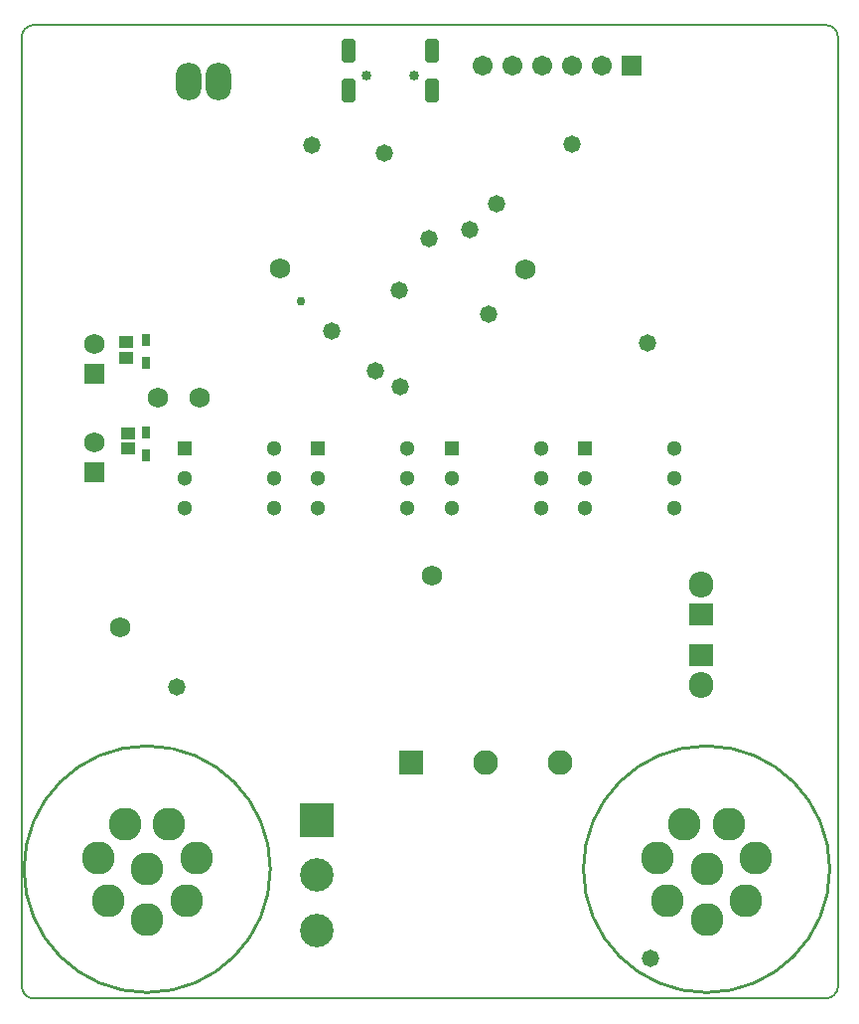
<source format=gbs>
G04*
G04 #@! TF.GenerationSoftware,Altium Limited,Altium Designer,20.0.10 (225)*
G04*
G04 Layer_Color=16711935*
%FSLAX25Y25*%
%MOIN*%
G70*
G01*
G75*
%ADD10C,0.01000*%
%ADD11C,0.00787*%
%ADD38R,0.04540X0.04147*%
%ADD48C,0.11036*%
%ADD49C,0.06902*%
%ADD50C,0.02953*%
%ADD51R,0.07887X0.07493*%
%ADD52O,0.08280X0.08674*%
%ADD53R,0.06902X0.06902*%
%ADD54C,0.06706*%
%ADD55R,0.06706X0.06706*%
%ADD56O,0.08674X0.12611*%
%ADD57R,0.08280X0.08280*%
%ADD58C,0.08280*%
%ADD59R,0.11237X0.11237*%
%ADD60C,0.11237*%
%ADD61R,0.05118X0.05118*%
%ADD62C,0.05118*%
%ADD63C,0.03359*%
G04:AMPARAMS|DCode=64|XSize=49.34mil|YSize=80.83mil|CornerRadius=14.34mil|HoleSize=0mil|Usage=FLASHONLY|Rotation=180.000|XOffset=0mil|YOffset=0mil|HoleType=Round|Shape=RoundedRectangle|*
%AMROUNDEDRECTD64*
21,1,0.04934,0.05217,0,0,180.0*
21,1,0.02067,0.08083,0,0,180.0*
1,1,0.02867,-0.01034,0.02608*
1,1,0.02867,0.01034,0.02608*
1,1,0.02867,0.01034,-0.02608*
1,1,0.02867,-0.01034,-0.02608*
%
%ADD64ROUNDEDRECTD64*%
%ADD65C,0.05800*%
%ADD88R,0.02769X0.03950*%
D10*
X234819Y1279929D02*
G03*
X234819Y1279929I-41339J0D01*
G01*
X422590D02*
G03*
X422590Y1279929I-41339J0D01*
G01*
D11*
X421228Y1236606D02*
G03*
X425370Y1240748I0J4142D01*
G01*
X151350D02*
G03*
X155492Y1236606I4142J0D01*
G01*
X425370Y1558858D02*
G03*
X421228Y1563000I-4142J0D01*
G01*
X155492Y1562992D02*
G03*
X151350Y1558850I0J-4142D01*
G01*
X425354Y1240555D02*
Y1558858D01*
X155488Y1236610D02*
X421228D01*
X151350Y1240748D02*
Y1558850D01*
X155492Y1562992D02*
X421228D01*
D38*
X187000Y1426059D02*
D03*
Y1420941D02*
D03*
X186500Y1456559D02*
D03*
Y1451441D02*
D03*
D48*
X206728Y1269378D02*
D03*
X193500Y1263000D02*
D03*
X180272Y1269378D02*
D03*
X209996Y1283669D02*
D03*
X176965D02*
D03*
X186138Y1295165D02*
D03*
X193500Y1279929D02*
D03*
X200862Y1295165D02*
D03*
X394500Y1269378D02*
D03*
X381272Y1263000D02*
D03*
X368043Y1269378D02*
D03*
X397768Y1283669D02*
D03*
X364736D02*
D03*
X373909Y1295165D02*
D03*
X381272Y1279929D02*
D03*
X388634Y1295165D02*
D03*
D49*
X197000Y1438000D02*
D03*
X211000D02*
D03*
X238000Y1481500D02*
D03*
X320500Y1481000D02*
D03*
X289000Y1378500D02*
D03*
X184500Y1361000D02*
D03*
X175791Y1423000D02*
D03*
Y1456000D02*
D03*
D50*
X245000Y1470500D02*
D03*
D51*
X379370Y1351768D02*
D03*
Y1365268D02*
D03*
D52*
Y1341768D02*
D03*
Y1375268D02*
D03*
D53*
X175791Y1413000D02*
D03*
Y1446000D02*
D03*
D54*
X306000Y1549500D02*
D03*
X316000D02*
D03*
X326000D02*
D03*
X336000D02*
D03*
X346000D02*
D03*
D55*
X356000D02*
D03*
D56*
X217500Y1544000D02*
D03*
X207500D02*
D03*
D57*
X282248Y1315747D02*
D03*
D58*
X332248D02*
D03*
X307248D02*
D03*
D59*
X250500Y1296500D02*
D03*
D60*
Y1278000D02*
D03*
Y1259500D02*
D03*
D61*
X250833Y1421000D02*
D03*
X340500D02*
D03*
X295667D02*
D03*
X206000D02*
D03*
D62*
X250833Y1411000D02*
D03*
Y1401000D02*
D03*
X280833D02*
D03*
Y1411000D02*
D03*
Y1421000D02*
D03*
X340500Y1411000D02*
D03*
Y1401000D02*
D03*
X370500D02*
D03*
Y1411000D02*
D03*
Y1421000D02*
D03*
X295667Y1411000D02*
D03*
Y1401000D02*
D03*
X325667D02*
D03*
Y1411000D02*
D03*
Y1421000D02*
D03*
X206000Y1411000D02*
D03*
Y1401000D02*
D03*
X236000D02*
D03*
Y1411000D02*
D03*
Y1421000D02*
D03*
D63*
X267201Y1546114D02*
D03*
X282949D02*
D03*
D64*
X261000Y1540917D02*
D03*
Y1554500D02*
D03*
X289150Y1540917D02*
D03*
Y1554500D02*
D03*
D65*
X362500Y1250000D02*
D03*
X310648Y1503148D02*
D03*
X278455Y1441733D02*
D03*
X270000Y1447000D02*
D03*
X278000Y1474000D02*
D03*
X301765Y1494443D02*
D03*
X255500Y1460500D02*
D03*
X308000Y1466000D02*
D03*
X248868Y1522658D02*
D03*
X273000Y1520000D02*
D03*
X288000Y1491500D02*
D03*
X336000Y1523000D02*
D03*
X361500Y1456500D02*
D03*
X203500Y1341000D02*
D03*
D88*
X193000Y1426437D02*
D03*
Y1418563D02*
D03*
Y1457437D02*
D03*
Y1449563D02*
D03*
M02*

</source>
